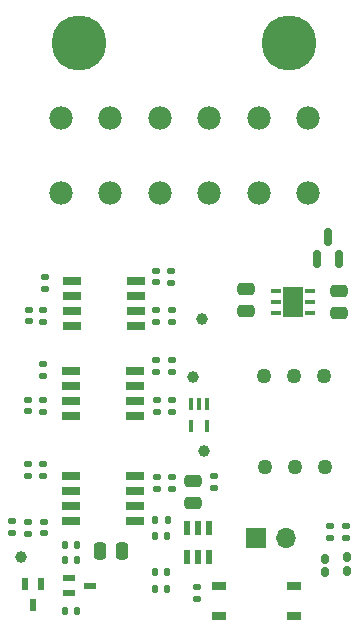
<source format=gbr>
%TF.GenerationSoftware,KiCad,Pcbnew,(6.0.8)*%
%TF.CreationDate,2023-06-01T04:31:02+02:00*%
%TF.ProjectId,BSPD-07,42535044-2d30-4372-9e6b-696361645f70,rev?*%
%TF.SameCoordinates,Original*%
%TF.FileFunction,Soldermask,Top*%
%TF.FilePolarity,Negative*%
%FSLAX46Y46*%
G04 Gerber Fmt 4.6, Leading zero omitted, Abs format (unit mm)*
G04 Created by KiCad (PCBNEW (6.0.8)) date 2023-06-01 04:31:02*
%MOMM*%
%LPD*%
G01*
G04 APERTURE LIST*
G04 Aperture macros list*
%AMRoundRect*
0 Rectangle with rounded corners*
0 $1 Rounding radius*
0 $2 $3 $4 $5 $6 $7 $8 $9 X,Y pos of 4 corners*
0 Add a 4 corners polygon primitive as box body*
4,1,4,$2,$3,$4,$5,$6,$7,$8,$9,$2,$3,0*
0 Add four circle primitives for the rounded corners*
1,1,$1+$1,$2,$3*
1,1,$1+$1,$4,$5*
1,1,$1+$1,$6,$7*
1,1,$1+$1,$8,$9*
0 Add four rect primitives between the rounded corners*
20,1,$1+$1,$2,$3,$4,$5,0*
20,1,$1+$1,$4,$5,$6,$7,0*
20,1,$1+$1,$6,$7,$8,$9,0*
20,1,$1+$1,$8,$9,$2,$3,0*%
G04 Aperture macros list end*
%ADD10C,1.000000*%
%ADD11RoundRect,0.135000X-0.185000X0.135000X-0.185000X-0.135000X0.185000X-0.135000X0.185000X0.135000X0*%
%ADD12RoundRect,0.135000X0.185000X-0.135000X0.185000X0.135000X-0.185000X0.135000X-0.185000X-0.135000X0*%
%ADD13RoundRect,0.135000X-0.135000X-0.185000X0.135000X-0.185000X0.135000X0.185000X-0.135000X0.185000X0*%
%ADD14RoundRect,0.250000X0.250000X0.475000X-0.250000X0.475000X-0.250000X-0.475000X0.250000X-0.475000X0*%
%ADD15RoundRect,0.147500X-0.172500X0.147500X-0.172500X-0.147500X0.172500X-0.147500X0.172500X0.147500X0*%
%ADD16C,1.269000*%
%ADD17R,1.528000X0.650000*%
%ADD18RoundRect,0.140000X0.170000X-0.140000X0.170000X0.140000X-0.170000X0.140000X-0.170000X-0.140000X0*%
%ADD19RoundRect,0.250000X0.475000X-0.250000X0.475000X0.250000X-0.475000X0.250000X-0.475000X-0.250000X0*%
%ADD20RoundRect,0.135000X0.135000X0.185000X-0.135000X0.185000X-0.135000X-0.185000X0.135000X-0.185000X0*%
%ADD21RoundRect,0.160000X0.160000X-0.222500X0.160000X0.222500X-0.160000X0.222500X-0.160000X-0.222500X0*%
%ADD22R,0.850000X0.300000*%
%ADD23R,1.700000X2.500000*%
%ADD24RoundRect,0.140000X-0.170000X0.140000X-0.170000X-0.140000X0.170000X-0.140000X0.170000X0.140000X0*%
%ADD25RoundRect,0.250000X-0.475000X0.250000X-0.475000X-0.250000X0.475000X-0.250000X0.475000X0.250000X0*%
%ADD26R,0.400000X1.050000*%
%ADD27R,1.200000X0.800000*%
%ADD28R,1.700000X1.700000*%
%ADD29O,1.700000X1.700000*%
%ADD30R,0.600000X1.300000*%
%ADD31R,0.500000X1.100000*%
%ADD32RoundRect,0.150000X0.150000X-0.587500X0.150000X0.587500X-0.150000X0.587500X-0.150000X-0.587500X0*%
%ADD33RoundRect,0.140000X-0.140000X-0.170000X0.140000X-0.170000X0.140000X0.170000X-0.140000X0.170000X0*%
%ADD34R,1.100000X0.500000*%
%ADD35C,1.965000*%
%ADD36C,4.665000*%
G04 APERTURE END LIST*
D10*
%TO.C,TP2*%
X164614600Y-113766600D03*
%TD*%
D11*
%TO.C,R18*%
X149349200Y-126007400D03*
X149349200Y-127027400D03*
%TD*%
D12*
%TO.C,R23*%
X176222400Y-127383000D03*
X176222400Y-126363000D03*
%TD*%
D13*
%TO.C,R15*%
X161463000Y-131724400D03*
X162483000Y-131724400D03*
%TD*%
D14*
%TO.C,C5*%
X158655800Y-128549400D03*
X156755800Y-128549400D03*
%TD*%
D15*
%TO.C,D2*%
X150676800Y-115722400D03*
X150676800Y-116692400D03*
%TD*%
D12*
%TO.C,R4*%
X161550800Y-109120400D03*
X161550800Y-108100400D03*
%TD*%
D16*
%TO.C,RV1*%
X170685200Y-113715800D03*
X173225200Y-113715800D03*
X175765200Y-113715800D03*
%TD*%
D17*
%TO.C,IC1*%
X154394800Y-105689400D03*
X154394800Y-106959400D03*
X154394800Y-108229400D03*
X154394800Y-109499400D03*
X159816800Y-109499400D03*
X159816800Y-108229400D03*
X159816800Y-106959400D03*
X159816800Y-105689400D03*
%TD*%
D18*
%TO.C,C4*%
X151990800Y-126997400D03*
X151990800Y-126037400D03*
%TD*%
D19*
%TO.C,C3*%
X164646800Y-124485400D03*
X164646800Y-122585400D03*
%TD*%
D12*
%TO.C,R5*%
X151946800Y-116740400D03*
X151946800Y-115720400D03*
%TD*%
%TO.C,R12*%
X166424800Y-123219400D03*
X166424800Y-122199400D03*
%TD*%
%TO.C,R7*%
X162868800Y-109120400D03*
X162868800Y-108100400D03*
%TD*%
D20*
%TO.C,R20*%
X154837600Y-129260600D03*
X153817600Y-129260600D03*
%TD*%
D21*
%TO.C,D4*%
X177644800Y-130214100D03*
X177644800Y-129069100D03*
%TD*%
%TO.C,D3*%
X175816000Y-130302000D03*
X175816000Y-129157000D03*
%TD*%
D12*
%TO.C,R11*%
X161598800Y-123283400D03*
X161598800Y-122263400D03*
%TD*%
D20*
%TO.C,R21*%
X154837600Y-133629400D03*
X153817600Y-133629400D03*
%TD*%
D17*
%TO.C,IC2*%
X154315800Y-113309400D03*
X154315800Y-114579400D03*
X154315800Y-115849400D03*
X154315800Y-117119400D03*
X159737800Y-117119400D03*
X159737800Y-115849400D03*
X159737800Y-114579400D03*
X159737800Y-113309400D03*
%TD*%
D22*
%TO.C,IC4*%
X174548200Y-108366600D03*
X174548200Y-107416600D03*
X174548200Y-106466600D03*
X171648200Y-106466600D03*
X171648200Y-107416600D03*
X171648200Y-108366600D03*
D23*
X173098200Y-107416600D03*
%TD*%
D24*
%TO.C,C2*%
X161548000Y-112372200D03*
X161548000Y-113332200D03*
%TD*%
D15*
%TO.C,D1*%
X150727600Y-108098000D03*
X150727600Y-109068000D03*
%TD*%
D25*
%TO.C,C6*%
X177035200Y-106466600D03*
X177035200Y-108366600D03*
%TD*%
D12*
%TO.C,R9*%
X162820800Y-105818400D03*
X162820800Y-104798400D03*
%TD*%
D26*
%TO.C,IC5*%
X165804800Y-116042400D03*
X165154800Y-116042400D03*
X164504800Y-116042400D03*
X164504800Y-117942400D03*
X165804800Y-117942400D03*
%TD*%
D17*
%TO.C,IC3*%
X159737800Y-125948400D03*
X159737800Y-124678400D03*
X159737800Y-123408400D03*
X159737800Y-122138400D03*
X154315800Y-122138400D03*
X154315800Y-123408400D03*
X154315800Y-124678400D03*
X154315800Y-125948400D03*
%TD*%
D10*
%TO.C,TP1*%
X165402000Y-108839000D03*
%TD*%
D27*
%TO.C,U2*%
X166874800Y-131495800D03*
X166874800Y-134035800D03*
X173174800Y-134035800D03*
X173174800Y-131495800D03*
%TD*%
D12*
%TO.C,R26*%
X151940000Y-122150600D03*
X151940000Y-121130600D03*
%TD*%
%TO.C,R10*%
X162894200Y-113336800D03*
X162894200Y-112316800D03*
%TD*%
D16*
%TO.C,RV2*%
X170736000Y-121437400D03*
X173276000Y-121437400D03*
X175816000Y-121437400D03*
%TD*%
D13*
%TO.C,R16*%
X161469800Y-125882400D03*
X162489800Y-125882400D03*
%TD*%
D10*
%TO.C,TP3*%
X150085800Y-129057400D03*
%TD*%
D20*
%TO.C,R14*%
X162483000Y-130327400D03*
X161463000Y-130327400D03*
%TD*%
D12*
%TO.C,R8*%
X162868800Y-116740400D03*
X162868800Y-115720400D03*
%TD*%
D25*
%TO.C,C7*%
X169161200Y-106339600D03*
X169161200Y-108239600D03*
%TD*%
D11*
%TO.C,R2*%
X151946800Y-112672400D03*
X151946800Y-113692400D03*
%TD*%
%TO.C,R19*%
X150670000Y-126032800D03*
X150670000Y-127052800D03*
%TD*%
D12*
%TO.C,R3*%
X151946800Y-109118400D03*
X151946800Y-108098400D03*
%TD*%
D11*
%TO.C,R22*%
X164995600Y-131544600D03*
X164995600Y-132564600D03*
%TD*%
D28*
%TO.C,JP1*%
X169969000Y-127431800D03*
D29*
X172509000Y-127431800D03*
%TD*%
D11*
%TO.C,R25*%
X150670000Y-121130600D03*
X150670000Y-122150600D03*
%TD*%
%TO.C,R1*%
X152092400Y-105308400D03*
X152092400Y-106328400D03*
%TD*%
D10*
%TO.C,TP4*%
X165535800Y-120040400D03*
%TD*%
D12*
%TO.C,R24*%
X177594000Y-127383000D03*
X177594000Y-126363000D03*
%TD*%
%TO.C,R6*%
X161598800Y-116740400D03*
X161598800Y-115720400D03*
%TD*%
D24*
%TO.C,C1*%
X161550800Y-104828400D03*
X161550800Y-105788400D03*
%TD*%
D30*
%TO.C,Q1*%
X166021800Y-126587400D03*
X165071800Y-126587400D03*
X164121800Y-126587400D03*
X164121800Y-128987400D03*
X165071800Y-128987400D03*
X166021800Y-128987400D03*
%TD*%
D31*
%TO.C,Q3*%
X151751800Y-131332400D03*
X150451800Y-131332400D03*
X151101800Y-133132400D03*
%TD*%
D32*
%TO.C,Q4*%
X175120000Y-103832900D03*
X177020000Y-103832900D03*
X176070000Y-101957900D03*
%TD*%
D12*
%TO.C,R13*%
X162868800Y-123283400D03*
X162868800Y-122263400D03*
%TD*%
D33*
%TO.C,C8*%
X153847600Y-127990600D03*
X154807600Y-127990600D03*
%TD*%
D13*
%TO.C,R17*%
X161463000Y-127279400D03*
X162483000Y-127279400D03*
%TD*%
D34*
%TO.C,Q2*%
X154138800Y-130795000D03*
X154138800Y-132095000D03*
X155938800Y-131445000D03*
%TD*%
D35*
%TO.C,J1*%
X174403800Y-98196400D03*
X170213800Y-98196400D03*
X166023800Y-98196400D03*
X161833800Y-98196400D03*
X157643800Y-98196400D03*
X153453800Y-98196400D03*
X153453800Y-91846400D03*
X157643800Y-91846400D03*
X161833800Y-91846400D03*
X166023800Y-91846400D03*
X170213800Y-91846400D03*
X174403800Y-91846400D03*
D36*
X172813800Y-85496400D03*
X155033800Y-85496400D03*
%TD*%
M02*

</source>
